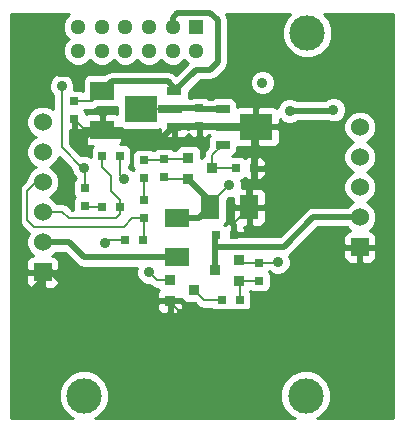
<source format=gtl>
G04 (created by PCBNEW-RS274X (2012-01-19 BZR 3256)-stable) date Wed 26 Sep 2012 01:10:11 PM NZST*
G01*
G70*
G90*
%MOIN*%
G04 Gerber Fmt 3.4, Leading zero omitted, Abs format*
%FSLAX34Y34*%
G04 APERTURE LIST*
%ADD10C,0.006000*%
%ADD11C,0.118100*%
%ADD12R,0.047200X0.027600*%
%ADD13R,0.078700X0.027600*%
%ADD14R,0.110300X0.086600*%
%ADD15R,0.036000X0.036000*%
%ADD16R,0.060000X0.080000*%
%ADD17R,0.080000X0.060000*%
%ADD18R,0.025000X0.031500*%
%ADD19R,0.031500X0.025000*%
%ADD20R,0.060000X0.060000*%
%ADD21C,0.060000*%
%ADD22R,0.051200X0.051200*%
%ADD23C,0.051200*%
%ADD24C,0.035000*%
%ADD25C,0.019700*%
%ADD26C,0.008000*%
%ADD27C,0.010000*%
G04 APERTURE END LIST*
G54D10*
G54D11*
X32047Y-07677D03*
X31988Y-19764D03*
X24606Y-19764D03*
G54D12*
X29233Y-10216D03*
G54D13*
X29390Y-10807D03*
G54D12*
X29233Y-11398D03*
G54D14*
X30335Y-10807D03*
G54D12*
X27618Y-10807D03*
G54D13*
X27461Y-10216D03*
G54D12*
X27618Y-09625D03*
G54D14*
X26516Y-10216D03*
G54D15*
X28085Y-12535D03*
X28085Y-11835D03*
X28885Y-12185D03*
X29770Y-15241D03*
X29770Y-15941D03*
X28970Y-15591D03*
X27474Y-16610D03*
X27474Y-15910D03*
X28274Y-16260D03*
G54D16*
X30119Y-13484D03*
X28819Y-13484D03*
G54D17*
X25217Y-10905D03*
X25217Y-09605D03*
G54D18*
X29591Y-14409D03*
X28991Y-14409D03*
G54D19*
X26614Y-12505D03*
X26614Y-11905D03*
X27264Y-11885D03*
X27264Y-12485D03*
G54D18*
X29188Y-16574D03*
X29788Y-16574D03*
G54D19*
X30433Y-15930D03*
X30433Y-15330D03*
G54D18*
X26580Y-14567D03*
X25980Y-14567D03*
G54D19*
X24646Y-12850D03*
X24646Y-13450D03*
G54D18*
X30281Y-12185D03*
X29681Y-12185D03*
G54D19*
X28445Y-10792D03*
X28445Y-10192D03*
X24272Y-10555D03*
X24272Y-09955D03*
X26614Y-13243D03*
X26614Y-13843D03*
G54D18*
X25812Y-11772D03*
X25212Y-11772D03*
X25212Y-13465D03*
X25812Y-13465D03*
G54D20*
X33800Y-14814D03*
G54D21*
X33800Y-13814D03*
X33800Y-12814D03*
X33800Y-11814D03*
X33800Y-10814D03*
G54D20*
X23228Y-15650D03*
G54D21*
X23228Y-14650D03*
X23228Y-13650D03*
X23228Y-12650D03*
X23228Y-11650D03*
X23228Y-10650D03*
G54D22*
X28347Y-07480D03*
G54D23*
X28347Y-08268D03*
X27559Y-07480D03*
X27559Y-08268D03*
X26772Y-07480D03*
X26772Y-08268D03*
X25984Y-07480D03*
X25984Y-08268D03*
X25197Y-07480D03*
X25197Y-08268D03*
X24409Y-07480D03*
X24409Y-08268D03*
G54D17*
X27697Y-15157D03*
X27697Y-13857D03*
G54D24*
X32914Y-10236D03*
X31457Y-10275D03*
X30551Y-09330D03*
X25945Y-12559D03*
X24606Y-12165D03*
X23858Y-09449D03*
X31378Y-12795D03*
X31417Y-11968D03*
X32874Y-12283D03*
X28543Y-11319D03*
X24646Y-11535D03*
X28347Y-09645D03*
X27638Y-08897D03*
X30906Y-16771D03*
X30118Y-14291D03*
X22441Y-16693D03*
X23937Y-13149D03*
X30020Y-07480D03*
X23347Y-08976D03*
X34764Y-14330D03*
X34764Y-07559D03*
X34764Y-09134D03*
X34764Y-11260D03*
X34725Y-16693D03*
X29036Y-09350D03*
X24567Y-16693D03*
X23465Y-07480D03*
X22441Y-07559D03*
X22441Y-09842D03*
X22441Y-12126D03*
X26575Y-11417D03*
X26221Y-16693D03*
X22441Y-14173D03*
X24488Y-09055D03*
X25295Y-14665D03*
X26772Y-15649D03*
X29449Y-12756D03*
X31063Y-15315D03*
G54D25*
X32914Y-10236D02*
X32875Y-10275D01*
X32875Y-10275D02*
X31457Y-10275D01*
G54D26*
X24867Y-09955D02*
X25217Y-09605D01*
G54D25*
X27618Y-09625D02*
X27619Y-09625D01*
X27619Y-09625D02*
X28347Y-08897D01*
X28347Y-08897D02*
X28819Y-08897D01*
X28819Y-08897D02*
X29055Y-08661D01*
G54D26*
X24272Y-09955D02*
X24867Y-09955D01*
G54D25*
X25531Y-09291D02*
X25217Y-09605D01*
X27401Y-09291D02*
X27166Y-09291D01*
X27166Y-09291D02*
X25531Y-09291D01*
X27618Y-09625D02*
X27618Y-09508D01*
X27618Y-09508D02*
X27401Y-09291D01*
X29055Y-08661D02*
X29055Y-07244D01*
X29055Y-07244D02*
X28819Y-07008D01*
X28819Y-07008D02*
X27716Y-07008D01*
X27716Y-07008D02*
X27559Y-07165D01*
X27559Y-07165D02*
X27559Y-07480D01*
X28970Y-14803D02*
X28970Y-14430D01*
X28970Y-15591D02*
X28970Y-14803D01*
G54D26*
X28970Y-14430D02*
X28991Y-14409D01*
X29009Y-14427D02*
X28991Y-14409D01*
G54D25*
X31260Y-14803D02*
X32249Y-13814D01*
X32249Y-13814D02*
X33800Y-13814D01*
X28970Y-14803D02*
X30274Y-14803D01*
X30274Y-14803D02*
X31260Y-14803D01*
X24099Y-14650D02*
X24606Y-15157D01*
X24606Y-15157D02*
X27697Y-15157D01*
X23228Y-14650D02*
X24099Y-14650D01*
G54D26*
X25812Y-12426D02*
X25945Y-12559D01*
X25812Y-11772D02*
X25812Y-12426D01*
X25212Y-12140D02*
X25212Y-11772D01*
X25512Y-12559D02*
X25512Y-12440D01*
X25512Y-12440D02*
X25212Y-12140D01*
X25812Y-13253D02*
X25512Y-12953D01*
X23228Y-13650D02*
X23886Y-13650D01*
X25812Y-13716D02*
X25812Y-13465D01*
X25670Y-13858D02*
X25812Y-13716D01*
X25512Y-12953D02*
X25512Y-12559D01*
X24094Y-13858D02*
X25670Y-13858D01*
X23886Y-13650D02*
X24094Y-13858D01*
X25812Y-13465D02*
X25812Y-13253D01*
X24528Y-12165D02*
X23858Y-11495D01*
X23858Y-11495D02*
X23858Y-09449D01*
X24646Y-12850D02*
X24646Y-12205D01*
X24646Y-12205D02*
X24606Y-12165D01*
X24606Y-12165D02*
X24528Y-12165D01*
X26216Y-13843D02*
X26614Y-13843D01*
X22953Y-14134D02*
X25925Y-14134D01*
X22953Y-14134D02*
X22717Y-13898D01*
X23228Y-12650D02*
X23019Y-12650D01*
X22717Y-12952D02*
X22717Y-13898D01*
X25925Y-14134D02*
X26216Y-13843D01*
X23019Y-12650D02*
X22717Y-12952D01*
X26614Y-14533D02*
X26580Y-14567D01*
X26614Y-13843D02*
X26614Y-14533D01*
G54D25*
X31378Y-12795D02*
X31378Y-11968D01*
X31378Y-11968D02*
X31417Y-11968D01*
X24646Y-11142D02*
X24646Y-11535D01*
G54D26*
X29591Y-14012D02*
X30119Y-13484D01*
X30000Y-14409D02*
X30118Y-14291D01*
X27795Y-16968D02*
X27796Y-16969D01*
X27474Y-16647D02*
X27795Y-16968D01*
X25217Y-10905D02*
X24622Y-10905D01*
X29591Y-14409D02*
X30000Y-14409D01*
G54D25*
X30709Y-16968D02*
X30906Y-16771D01*
X30281Y-12632D02*
X30281Y-12185D01*
X27579Y-10807D02*
X27284Y-11102D01*
X30119Y-12794D02*
X30281Y-12632D01*
X27284Y-11102D02*
X25414Y-11102D01*
X28445Y-10792D02*
X29375Y-10792D01*
X27618Y-10807D02*
X27579Y-10807D01*
G54D26*
X27540Y-10807D02*
X27442Y-10905D01*
X28445Y-11221D02*
X28543Y-11319D01*
X27474Y-16610D02*
X27474Y-16647D01*
X29591Y-14409D02*
X29591Y-14012D01*
X28642Y-09350D02*
X28347Y-09645D01*
X26768Y-16610D02*
X25808Y-15650D01*
G54D25*
X30119Y-13484D02*
X30119Y-12794D01*
G54D26*
X29036Y-09350D02*
X28642Y-09350D01*
G54D25*
X27633Y-10792D02*
X27618Y-10807D01*
G54D26*
X27618Y-10807D02*
X27540Y-10807D01*
G54D25*
X30281Y-10861D02*
X30335Y-10807D01*
X23228Y-15650D02*
X23524Y-15650D01*
X23228Y-15906D02*
X22441Y-16693D01*
G54D26*
X25808Y-15650D02*
X23228Y-15650D01*
G54D25*
X28445Y-10792D02*
X27633Y-10792D01*
G54D26*
X29390Y-10807D02*
X30335Y-10807D01*
G54D25*
X25414Y-11102D02*
X25217Y-10905D01*
G54D26*
X30335Y-10807D02*
X30787Y-10807D01*
X27474Y-16610D02*
X26768Y-16610D01*
G54D25*
X25217Y-10905D02*
X24883Y-10905D01*
X23228Y-15650D02*
X23228Y-15906D01*
X23504Y-08819D02*
X23347Y-08976D01*
X24883Y-10905D02*
X24646Y-11142D01*
G54D26*
X24622Y-10905D02*
X24272Y-10555D01*
G54D25*
X27795Y-16968D02*
X30709Y-16968D01*
X34725Y-14369D02*
X34764Y-14330D01*
X34764Y-07559D02*
X34724Y-07519D01*
X34725Y-16693D02*
X34725Y-14369D01*
X34764Y-11260D02*
X34764Y-09134D01*
X23544Y-08819D02*
X23504Y-08819D01*
X30281Y-12185D02*
X30281Y-10861D01*
X23524Y-15650D02*
X24567Y-16693D01*
X23465Y-07480D02*
X23543Y-07558D01*
X22441Y-09842D02*
X22441Y-07559D01*
X29375Y-10792D02*
X29390Y-10807D01*
X23780Y-09055D02*
X24488Y-09055D01*
X23543Y-08818D02*
X23544Y-08819D01*
X23544Y-08819D02*
X23780Y-09055D01*
X23543Y-07558D02*
X23543Y-08818D01*
X22441Y-14173D02*
X22441Y-12126D01*
G54D26*
X28445Y-10792D02*
X28445Y-11221D01*
X28885Y-12185D02*
X28885Y-11746D01*
X28885Y-11746D02*
X29233Y-11398D01*
X28885Y-12185D02*
X29681Y-12185D01*
X25212Y-13465D02*
X24661Y-13465D01*
X24661Y-13465D02*
X24646Y-13450D01*
X25393Y-14567D02*
X25295Y-14665D01*
X26772Y-15649D02*
X27033Y-15910D01*
X27033Y-15910D02*
X27474Y-15910D01*
X25980Y-14567D02*
X25393Y-14567D01*
X29149Y-16535D02*
X29188Y-16574D01*
X28588Y-16574D02*
X28274Y-16260D01*
X29188Y-16574D02*
X28588Y-16574D01*
X27461Y-10216D02*
X26516Y-10216D01*
G54D25*
X28469Y-10216D02*
X28445Y-10192D01*
X29233Y-10216D02*
X28469Y-10216D01*
X27485Y-10192D02*
X27461Y-10216D01*
X28445Y-10192D02*
X27485Y-10192D01*
G54D26*
X29788Y-16574D02*
X29788Y-15959D01*
X29817Y-15930D02*
X30433Y-15930D01*
X29788Y-15959D02*
X29817Y-15930D01*
X29859Y-15330D02*
X29770Y-15241D01*
X30433Y-15330D02*
X29859Y-15330D01*
X27314Y-12535D02*
X27264Y-12485D01*
X28085Y-12535D02*
X27314Y-12535D01*
G54D25*
X28819Y-13269D02*
X28085Y-12535D01*
X28819Y-13484D02*
X28819Y-13269D01*
G54D26*
X28819Y-13386D02*
X29449Y-12756D01*
X31063Y-15315D02*
X31048Y-15330D01*
X31048Y-15330D02*
X30433Y-15330D01*
X28819Y-13484D02*
X28819Y-13386D01*
G54D25*
X28446Y-13857D02*
X28819Y-13484D01*
X27697Y-13857D02*
X28446Y-13857D01*
G54D26*
X26614Y-13243D02*
X26614Y-12505D01*
X27264Y-11885D02*
X28035Y-11885D01*
X28035Y-11885D02*
X28085Y-11835D01*
X26614Y-11905D02*
X27244Y-11905D01*
X27244Y-11905D02*
X27264Y-11885D01*
X28035Y-11885D02*
X28085Y-11835D01*
X26634Y-11885D02*
X26614Y-11905D01*
G54D10*
G36*
X24352Y-12512D02*
X24348Y-12514D01*
X24278Y-12584D01*
X24240Y-12675D01*
X24240Y-12774D01*
X24240Y-13024D01*
X24278Y-13116D01*
X24312Y-13150D01*
X24278Y-13184D01*
X24240Y-13275D01*
X24240Y-13374D01*
X24240Y-13568D01*
X24214Y-13568D01*
X24091Y-13445D01*
X23997Y-13382D01*
X23886Y-13360D01*
X23701Y-13360D01*
X23693Y-13339D01*
X23539Y-13185D01*
X23454Y-13150D01*
X23539Y-13115D01*
X23693Y-12961D01*
X23777Y-12759D01*
X23777Y-12541D01*
X23693Y-12339D01*
X23539Y-12185D01*
X23454Y-12150D01*
X23539Y-12115D01*
X23693Y-11961D01*
X23757Y-11804D01*
X24181Y-12228D01*
X24181Y-12249D01*
X24245Y-12405D01*
X24352Y-12512D01*
X24352Y-12512D01*
G37*
G54D27*
X24352Y-12512D02*
X24348Y-12514D01*
X24278Y-12584D01*
X24240Y-12675D01*
X24240Y-12774D01*
X24240Y-13024D01*
X24278Y-13116D01*
X24312Y-13150D01*
X24278Y-13184D01*
X24240Y-13275D01*
X24240Y-13374D01*
X24240Y-13568D01*
X24214Y-13568D01*
X24091Y-13445D01*
X23997Y-13382D01*
X23886Y-13360D01*
X23701Y-13360D01*
X23693Y-13339D01*
X23539Y-13185D01*
X23454Y-13150D01*
X23539Y-13115D01*
X23693Y-12961D01*
X23777Y-12759D01*
X23777Y-12541D01*
X23693Y-12339D01*
X23539Y-12185D01*
X23454Y-12150D01*
X23539Y-12115D01*
X23693Y-11961D01*
X23757Y-11804D01*
X24181Y-12228D01*
X24181Y-12249D01*
X24245Y-12405D01*
X24352Y-12512D01*
G54D10*
G36*
X28397Y-07530D02*
X28297Y-07530D01*
X28297Y-07430D01*
X28397Y-07430D01*
X28397Y-07530D01*
X28397Y-07530D01*
G37*
G54D27*
X28397Y-07530D02*
X28297Y-07530D01*
X28297Y-07430D01*
X28397Y-07430D01*
X28397Y-07530D01*
G54D10*
G36*
X34911Y-20521D02*
X34350Y-20521D01*
X34350Y-14926D01*
X34288Y-14864D01*
X33850Y-14864D01*
X33850Y-15302D01*
X33912Y-15364D01*
X34051Y-15363D01*
X34150Y-15363D01*
X34241Y-15325D01*
X34311Y-15255D01*
X34349Y-15163D01*
X34350Y-14926D01*
X34350Y-20521D01*
X33750Y-20521D01*
X33750Y-15302D01*
X33750Y-14864D01*
X33312Y-14864D01*
X33250Y-14926D01*
X33251Y-15163D01*
X33289Y-15255D01*
X33359Y-15325D01*
X33450Y-15363D01*
X33549Y-15363D01*
X33688Y-15364D01*
X33750Y-15302D01*
X33750Y-20521D01*
X32355Y-20521D01*
X32463Y-20477D01*
X32699Y-20241D01*
X32828Y-19932D01*
X32828Y-19598D01*
X32701Y-19289D01*
X32465Y-19053D01*
X32156Y-18924D01*
X31822Y-18924D01*
X31513Y-19051D01*
X31277Y-19287D01*
X31148Y-19596D01*
X31148Y-19930D01*
X31275Y-20239D01*
X31511Y-20475D01*
X31621Y-20521D01*
X27904Y-20521D01*
X27904Y-16722D01*
X27842Y-16660D01*
X27524Y-16660D01*
X27524Y-16978D01*
X27586Y-17040D01*
X27605Y-17039D01*
X27704Y-17039D01*
X27795Y-17001D01*
X27865Y-16931D01*
X27903Y-16839D01*
X27904Y-16722D01*
X27904Y-20521D01*
X27424Y-20521D01*
X27424Y-16978D01*
X27424Y-16660D01*
X27106Y-16660D01*
X27044Y-16722D01*
X27045Y-16839D01*
X27083Y-16931D01*
X27153Y-17001D01*
X27244Y-17039D01*
X27343Y-17039D01*
X27362Y-17040D01*
X27424Y-16978D01*
X27424Y-20521D01*
X24973Y-20521D01*
X25081Y-20477D01*
X25317Y-20241D01*
X25446Y-19932D01*
X25446Y-19598D01*
X25319Y-19289D01*
X25083Y-19053D01*
X24774Y-18924D01*
X24440Y-18924D01*
X24131Y-19051D01*
X23895Y-19287D01*
X23778Y-19567D01*
X23778Y-15762D01*
X23716Y-15700D01*
X23278Y-15700D01*
X23278Y-16138D01*
X23340Y-16200D01*
X23479Y-16199D01*
X23578Y-16199D01*
X23669Y-16161D01*
X23739Y-16091D01*
X23777Y-15999D01*
X23778Y-15762D01*
X23778Y-19567D01*
X23766Y-19596D01*
X23766Y-19930D01*
X23893Y-20239D01*
X24129Y-20475D01*
X24239Y-20521D01*
X23178Y-20521D01*
X23178Y-16138D01*
X23178Y-15700D01*
X22740Y-15700D01*
X22678Y-15762D01*
X22679Y-15999D01*
X22717Y-16091D01*
X22787Y-16161D01*
X22878Y-16199D01*
X22977Y-16199D01*
X23116Y-16200D01*
X23178Y-16138D01*
X23178Y-20521D01*
X22175Y-20521D01*
X22175Y-07057D01*
X24118Y-07057D01*
X23981Y-07194D01*
X23904Y-07379D01*
X23904Y-07580D01*
X23981Y-07766D01*
X24089Y-07874D01*
X23981Y-07982D01*
X23904Y-08167D01*
X23904Y-08368D01*
X23981Y-08554D01*
X24123Y-08696D01*
X24308Y-08773D01*
X24509Y-08773D01*
X24695Y-08696D01*
X24803Y-08588D01*
X24911Y-08696D01*
X25096Y-08773D01*
X25297Y-08773D01*
X25483Y-08696D01*
X25590Y-08588D01*
X25698Y-08696D01*
X25883Y-08773D01*
X26084Y-08773D01*
X26270Y-08696D01*
X26378Y-08588D01*
X26486Y-08696D01*
X26671Y-08773D01*
X26872Y-08773D01*
X27058Y-08696D01*
X27165Y-08588D01*
X27273Y-08696D01*
X27458Y-08773D01*
X27659Y-08773D01*
X27845Y-08696D01*
X27953Y-08588D01*
X28058Y-08693D01*
X27677Y-09075D01*
X27647Y-09045D01*
X27535Y-08969D01*
X27401Y-08943D01*
X27166Y-08943D01*
X25531Y-08943D01*
X25397Y-08969D01*
X25285Y-09045D01*
X25274Y-09056D01*
X24768Y-09056D01*
X24676Y-09094D01*
X24606Y-09164D01*
X24568Y-09255D01*
X24568Y-09354D01*
X24568Y-09618D01*
X24479Y-09581D01*
X24380Y-09581D01*
X24263Y-09581D01*
X24283Y-09534D01*
X24283Y-09365D01*
X24219Y-09209D01*
X24099Y-09089D01*
X23943Y-09024D01*
X23774Y-09024D01*
X23618Y-09088D01*
X23498Y-09208D01*
X23433Y-09364D01*
X23433Y-09533D01*
X23497Y-09689D01*
X23568Y-09760D01*
X23568Y-10214D01*
X23539Y-10185D01*
X23337Y-10101D01*
X23119Y-10101D01*
X22917Y-10185D01*
X22763Y-10339D01*
X22679Y-10541D01*
X22679Y-10759D01*
X22763Y-10961D01*
X22917Y-11115D01*
X23001Y-11150D01*
X22917Y-11185D01*
X22763Y-11339D01*
X22679Y-11541D01*
X22679Y-11759D01*
X22763Y-11961D01*
X22917Y-12115D01*
X23001Y-12150D01*
X22917Y-12185D01*
X22763Y-12339D01*
X22679Y-12541D01*
X22679Y-12580D01*
X22512Y-12747D01*
X22449Y-12841D01*
X22427Y-12952D01*
X22427Y-13898D01*
X22449Y-14009D01*
X22512Y-14103D01*
X22747Y-14339D01*
X22748Y-14339D01*
X22759Y-14346D01*
X22759Y-14347D01*
X22679Y-14541D01*
X22679Y-14759D01*
X22763Y-14961D01*
X22903Y-15101D01*
X22878Y-15101D01*
X22787Y-15139D01*
X22717Y-15209D01*
X22679Y-15301D01*
X22678Y-15538D01*
X22740Y-15600D01*
X23128Y-15600D01*
X23178Y-15600D01*
X23278Y-15600D01*
X23328Y-15600D01*
X23716Y-15600D01*
X23778Y-15538D01*
X23777Y-15301D01*
X23739Y-15209D01*
X23669Y-15139D01*
X23578Y-15101D01*
X23553Y-15101D01*
X23656Y-14998D01*
X23955Y-14998D01*
X24360Y-15403D01*
X24472Y-15479D01*
X24473Y-15479D01*
X24606Y-15505D01*
X26371Y-15505D01*
X26347Y-15564D01*
X26347Y-15733D01*
X26411Y-15889D01*
X26531Y-16009D01*
X26687Y-16074D01*
X26787Y-16074D01*
X26828Y-16115D01*
X26922Y-16178D01*
X27033Y-16200D01*
X27070Y-16200D01*
X27083Y-16231D01*
X27112Y-16260D01*
X27083Y-16289D01*
X27045Y-16381D01*
X27044Y-16498D01*
X27106Y-16560D01*
X27374Y-16560D01*
X27424Y-16560D01*
X27524Y-16560D01*
X27574Y-16560D01*
X27842Y-16560D01*
X27864Y-16537D01*
X27883Y-16581D01*
X27953Y-16651D01*
X28044Y-16689D01*
X28143Y-16689D01*
X28293Y-16689D01*
X28383Y-16779D01*
X28477Y-16842D01*
X28588Y-16864D01*
X28848Y-16864D01*
X28852Y-16872D01*
X28922Y-16942D01*
X29013Y-16980D01*
X29112Y-16980D01*
X29362Y-16980D01*
X29454Y-16942D01*
X29488Y-16908D01*
X29522Y-16942D01*
X29613Y-16980D01*
X29712Y-16980D01*
X29962Y-16980D01*
X30054Y-16942D01*
X30124Y-16872D01*
X30162Y-16781D01*
X30162Y-16682D01*
X30162Y-16368D01*
X30130Y-16292D01*
X30150Y-16272D01*
X30226Y-16304D01*
X30325Y-16304D01*
X30639Y-16304D01*
X30731Y-16266D01*
X30801Y-16196D01*
X30839Y-16105D01*
X30839Y-16006D01*
X30839Y-15756D01*
X30801Y-15664D01*
X30767Y-15630D01*
X30772Y-15625D01*
X30822Y-15675D01*
X30978Y-15740D01*
X31147Y-15740D01*
X31303Y-15676D01*
X31423Y-15556D01*
X31488Y-15400D01*
X31488Y-15231D01*
X31433Y-15098D01*
X31433Y-15097D01*
X31506Y-15049D01*
X32393Y-14162D01*
X33372Y-14162D01*
X33475Y-14265D01*
X33450Y-14265D01*
X33359Y-14303D01*
X33289Y-14373D01*
X33251Y-14465D01*
X33250Y-14702D01*
X33312Y-14764D01*
X33700Y-14764D01*
X33750Y-14764D01*
X33850Y-14764D01*
X33900Y-14764D01*
X34288Y-14764D01*
X34350Y-14702D01*
X34349Y-14465D01*
X34311Y-14373D01*
X34241Y-14303D01*
X34150Y-14265D01*
X34125Y-14265D01*
X34265Y-14125D01*
X34349Y-13923D01*
X34349Y-13705D01*
X34265Y-13503D01*
X34111Y-13349D01*
X34026Y-13314D01*
X34111Y-13279D01*
X34265Y-13125D01*
X34349Y-12923D01*
X34349Y-12705D01*
X34265Y-12503D01*
X34111Y-12349D01*
X34026Y-12314D01*
X34111Y-12279D01*
X34265Y-12125D01*
X34349Y-11923D01*
X34349Y-11705D01*
X34265Y-11503D01*
X34111Y-11349D01*
X34026Y-11314D01*
X34111Y-11279D01*
X34265Y-11125D01*
X34349Y-10923D01*
X34349Y-10705D01*
X34265Y-10503D01*
X34111Y-10349D01*
X33909Y-10265D01*
X33691Y-10265D01*
X33489Y-10349D01*
X33339Y-10499D01*
X33339Y-10321D01*
X33339Y-10152D01*
X33275Y-09996D01*
X33155Y-09876D01*
X32999Y-09811D01*
X32830Y-09811D01*
X32674Y-09875D01*
X32622Y-09927D01*
X31710Y-09927D01*
X31698Y-09915D01*
X31542Y-09850D01*
X31373Y-09850D01*
X31217Y-09914D01*
X31097Y-10034D01*
X31038Y-10174D01*
X31027Y-10163D01*
X30976Y-10141D01*
X30976Y-09415D01*
X30976Y-09246D01*
X30912Y-09090D01*
X30792Y-08970D01*
X30636Y-08905D01*
X30467Y-08905D01*
X30311Y-08969D01*
X30191Y-09089D01*
X30126Y-09245D01*
X30126Y-09414D01*
X30190Y-09570D01*
X30310Y-09690D01*
X30466Y-09755D01*
X30635Y-09755D01*
X30791Y-09691D01*
X30911Y-09571D01*
X30976Y-09415D01*
X30976Y-10141D01*
X30936Y-10125D01*
X30837Y-10125D01*
X30447Y-10124D01*
X30385Y-10186D01*
X30385Y-10757D01*
X31074Y-10757D01*
X31136Y-10695D01*
X31135Y-10554D01*
X31216Y-10635D01*
X31372Y-10700D01*
X31541Y-10700D01*
X31697Y-10636D01*
X31710Y-10623D01*
X32737Y-10623D01*
X32829Y-10661D01*
X32998Y-10661D01*
X33154Y-10597D01*
X33274Y-10477D01*
X33339Y-10321D01*
X33339Y-10499D01*
X33335Y-10503D01*
X33251Y-10705D01*
X33251Y-10923D01*
X33335Y-11125D01*
X33489Y-11279D01*
X33573Y-11314D01*
X33489Y-11349D01*
X33335Y-11503D01*
X33251Y-11705D01*
X33251Y-11923D01*
X33335Y-12125D01*
X33489Y-12279D01*
X33573Y-12314D01*
X33489Y-12349D01*
X33335Y-12503D01*
X33251Y-12705D01*
X33251Y-12923D01*
X33335Y-13125D01*
X33489Y-13279D01*
X33573Y-13314D01*
X33489Y-13349D01*
X33372Y-13466D01*
X32249Y-13466D01*
X32116Y-13492D01*
X32078Y-13517D01*
X32002Y-13568D01*
X31136Y-14434D01*
X31136Y-10919D01*
X31074Y-10857D01*
X30385Y-10857D01*
X30385Y-11428D01*
X30447Y-11490D01*
X30837Y-11489D01*
X30936Y-11489D01*
X31027Y-11451D01*
X31097Y-11381D01*
X31135Y-11289D01*
X31136Y-10919D01*
X31136Y-14434D01*
X31115Y-14455D01*
X30669Y-14455D01*
X30669Y-13596D01*
X30669Y-13372D01*
X30668Y-13133D01*
X30668Y-13034D01*
X30655Y-13002D01*
X30655Y-12392D01*
X30655Y-12296D01*
X30655Y-12074D01*
X30655Y-11978D01*
X30617Y-11887D01*
X30547Y-11817D01*
X30455Y-11779D01*
X30393Y-11778D01*
X30331Y-11840D01*
X30331Y-12135D01*
X30594Y-12135D01*
X30655Y-12074D01*
X30655Y-12296D01*
X30594Y-12235D01*
X30331Y-12235D01*
X30331Y-12530D01*
X30393Y-12592D01*
X30455Y-12591D01*
X30547Y-12553D01*
X30617Y-12483D01*
X30655Y-12392D01*
X30655Y-13002D01*
X30630Y-12943D01*
X30560Y-12873D01*
X30468Y-12835D01*
X30231Y-12834D01*
X30169Y-12896D01*
X30169Y-13434D01*
X30607Y-13434D01*
X30669Y-13372D01*
X30669Y-13596D01*
X30607Y-13534D01*
X30169Y-13534D01*
X30169Y-14072D01*
X30231Y-14134D01*
X30468Y-14133D01*
X30560Y-14095D01*
X30630Y-14025D01*
X30668Y-13934D01*
X30668Y-13835D01*
X30669Y-13596D01*
X30669Y-14455D01*
X30274Y-14455D01*
X30069Y-14455D01*
X30069Y-14072D01*
X30069Y-13534D01*
X29631Y-13534D01*
X29569Y-13596D01*
X29570Y-13835D01*
X29570Y-13934D01*
X29608Y-14025D01*
X29644Y-14061D01*
X29641Y-14064D01*
X29641Y-14359D01*
X29904Y-14359D01*
X29965Y-14298D01*
X29965Y-14202D01*
X29936Y-14133D01*
X30007Y-14134D01*
X30069Y-14072D01*
X30069Y-14455D01*
X29541Y-14455D01*
X29541Y-14359D01*
X29541Y-14309D01*
X29541Y-14064D01*
X29479Y-14002D01*
X29417Y-14003D01*
X29325Y-14041D01*
X29291Y-14075D01*
X29285Y-14069D01*
X29330Y-14025D01*
X29368Y-13934D01*
X29368Y-13835D01*
X29368Y-13247D01*
X29434Y-13181D01*
X29533Y-13181D01*
X29569Y-13165D01*
X29569Y-13372D01*
X29631Y-13434D01*
X30069Y-13434D01*
X30069Y-12896D01*
X30007Y-12834D01*
X29874Y-12834D01*
X29874Y-12672D01*
X29840Y-12591D01*
X29855Y-12591D01*
X29947Y-12553D01*
X29981Y-12519D01*
X30015Y-12553D01*
X30107Y-12591D01*
X30169Y-12592D01*
X30231Y-12530D01*
X30231Y-12285D01*
X30231Y-12235D01*
X30231Y-12135D01*
X30231Y-12085D01*
X30231Y-11840D01*
X30169Y-11778D01*
X30107Y-11779D01*
X30015Y-11817D01*
X29981Y-11851D01*
X29947Y-11817D01*
X29856Y-11779D01*
X29757Y-11779D01*
X29532Y-11779D01*
X29610Y-11747D01*
X29680Y-11677D01*
X29718Y-11586D01*
X29718Y-11487D01*
X29718Y-11482D01*
X29734Y-11489D01*
X29833Y-11489D01*
X30223Y-11490D01*
X30285Y-11428D01*
X30285Y-10857D01*
X29971Y-10857D01*
X29596Y-10857D01*
X29490Y-10857D01*
X29440Y-10857D01*
X29340Y-10857D01*
X29290Y-10857D01*
X28809Y-10857D01*
X28807Y-10859D01*
X28790Y-10842D01*
X28495Y-10842D01*
X28495Y-11105D01*
X28556Y-11166D01*
X28652Y-11166D01*
X28743Y-11128D01*
X28785Y-11085D01*
X28786Y-11086D01*
X28802Y-11102D01*
X28786Y-11119D01*
X28748Y-11210D01*
X28748Y-11309D01*
X28748Y-11473D01*
X28680Y-11541D01*
X28617Y-11635D01*
X28595Y-11746D01*
X28595Y-11781D01*
X28564Y-11794D01*
X28514Y-11844D01*
X28514Y-11606D01*
X28476Y-11514D01*
X28406Y-11444D01*
X28395Y-11439D01*
X28395Y-11105D01*
X28395Y-10842D01*
X28100Y-10842D01*
X28063Y-10878D01*
X28042Y-10857D01*
X27668Y-10857D01*
X27668Y-11133D01*
X27730Y-11195D01*
X27805Y-11194D01*
X27904Y-11194D01*
X27995Y-11156D01*
X28065Y-11086D01*
X28076Y-11057D01*
X28077Y-11058D01*
X28147Y-11128D01*
X28238Y-11166D01*
X28334Y-11166D01*
X28395Y-11105D01*
X28395Y-11439D01*
X28315Y-11406D01*
X28216Y-11406D01*
X27856Y-11406D01*
X27764Y-11444D01*
X27694Y-11514D01*
X27660Y-11595D01*
X27608Y-11595D01*
X27562Y-11549D01*
X27471Y-11511D01*
X27372Y-11511D01*
X27058Y-11511D01*
X26966Y-11549D01*
X26929Y-11586D01*
X26912Y-11569D01*
X26821Y-11531D01*
X26722Y-11531D01*
X26408Y-11531D01*
X26316Y-11569D01*
X26246Y-11639D01*
X26208Y-11730D01*
X26208Y-11829D01*
X26208Y-12079D01*
X26246Y-12171D01*
X26280Y-12205D01*
X26246Y-12239D01*
X26240Y-12253D01*
X26186Y-12199D01*
X26102Y-12164D01*
X26102Y-12116D01*
X26148Y-12070D01*
X26186Y-11979D01*
X26186Y-11880D01*
X26186Y-11566D01*
X26148Y-11474D01*
X26078Y-11404D01*
X25987Y-11366D01*
X25888Y-11366D01*
X25808Y-11366D01*
X25828Y-11346D01*
X25866Y-11254D01*
X25867Y-11017D01*
X25805Y-10955D01*
X25317Y-10955D01*
X25267Y-10955D01*
X25167Y-10955D01*
X25117Y-10955D01*
X24629Y-10955D01*
X24567Y-11017D01*
X24568Y-11254D01*
X24606Y-11346D01*
X24676Y-11416D01*
X24767Y-11454D01*
X24866Y-11454D01*
X24895Y-11454D01*
X24876Y-11474D01*
X24838Y-11565D01*
X24838Y-11664D01*
X24838Y-11801D01*
X24691Y-11740D01*
X24522Y-11740D01*
X24515Y-11742D01*
X24148Y-11375D01*
X24148Y-10929D01*
X24161Y-10929D01*
X24222Y-10868D01*
X24222Y-10655D01*
X24222Y-10605D01*
X24222Y-10505D01*
X24322Y-10505D01*
X24322Y-10605D01*
X24322Y-10655D01*
X24322Y-10868D01*
X24383Y-10929D01*
X24479Y-10929D01*
X24570Y-10891D01*
X24617Y-10843D01*
X24629Y-10855D01*
X25167Y-10855D01*
X25167Y-10417D01*
X25105Y-10355D01*
X24866Y-10356D01*
X24767Y-10356D01*
X24678Y-10393D01*
X24678Y-10381D01*
X24640Y-10289D01*
X24606Y-10255D01*
X24616Y-10245D01*
X24867Y-10245D01*
X24978Y-10223D01*
X25072Y-10160D01*
X25078Y-10154D01*
X25666Y-10154D01*
X25716Y-10133D01*
X25716Y-10376D01*
X25667Y-10356D01*
X25568Y-10356D01*
X25329Y-10355D01*
X25267Y-10417D01*
X25267Y-10855D01*
X25805Y-10855D01*
X25812Y-10848D01*
X25824Y-10860D01*
X25915Y-10898D01*
X26014Y-10898D01*
X27116Y-10898D01*
X27132Y-10891D01*
X27132Y-10907D01*
X27143Y-10907D01*
X27132Y-10919D01*
X27133Y-10994D01*
X27171Y-11086D01*
X27241Y-11156D01*
X27332Y-11194D01*
X27431Y-11194D01*
X27506Y-11195D01*
X27568Y-11133D01*
X27568Y-10907D01*
X27568Y-10857D01*
X27568Y-10757D01*
X27668Y-10757D01*
X27718Y-10757D01*
X28042Y-10757D01*
X28078Y-10720D01*
X28100Y-10742D01*
X28345Y-10742D01*
X28395Y-10742D01*
X28495Y-10742D01*
X28545Y-10742D01*
X28790Y-10742D01*
X28792Y-10740D01*
X28809Y-10757D01*
X29290Y-10757D01*
X29340Y-10757D01*
X29440Y-10757D01*
X29490Y-10757D01*
X29596Y-10757D01*
X29971Y-10757D01*
X30285Y-10757D01*
X30285Y-10186D01*
X30223Y-10124D01*
X29833Y-10125D01*
X29734Y-10125D01*
X29718Y-10131D01*
X29718Y-10029D01*
X29680Y-09937D01*
X29610Y-09867D01*
X29519Y-09829D01*
X29420Y-09829D01*
X28948Y-09829D01*
X28856Y-09867D01*
X28855Y-09868D01*
X28755Y-09868D01*
X28743Y-09856D01*
X28652Y-09818D01*
X28553Y-09818D01*
X28239Y-09818D01*
X28176Y-09844D01*
X28090Y-09844D01*
X28103Y-09813D01*
X28103Y-09714D01*
X28103Y-09633D01*
X28491Y-09245D01*
X28819Y-09245D01*
X28952Y-09219D01*
X28953Y-09219D01*
X29065Y-09143D01*
X29301Y-08908D01*
X29301Y-08907D01*
X29351Y-08832D01*
X29376Y-08795D01*
X29377Y-08794D01*
X29402Y-08662D01*
X29403Y-08661D01*
X29403Y-07244D01*
X29402Y-07243D01*
X29377Y-07111D01*
X29376Y-07110D01*
X29351Y-07073D01*
X29340Y-07057D01*
X31479Y-07057D01*
X31336Y-07200D01*
X31207Y-07509D01*
X31207Y-07843D01*
X31334Y-08152D01*
X31570Y-08388D01*
X31879Y-08517D01*
X32213Y-08517D01*
X32522Y-08390D01*
X32758Y-08154D01*
X32887Y-07845D01*
X32887Y-07511D01*
X32760Y-07202D01*
X32615Y-07057D01*
X34911Y-07057D01*
X34911Y-20521D01*
X34911Y-20521D01*
G37*
G54D27*
X34911Y-20521D02*
X34350Y-20521D01*
X34350Y-14926D01*
X34288Y-14864D01*
X33850Y-14864D01*
X33850Y-15302D01*
X33912Y-15364D01*
X34051Y-15363D01*
X34150Y-15363D01*
X34241Y-15325D01*
X34311Y-15255D01*
X34349Y-15163D01*
X34350Y-14926D01*
X34350Y-20521D01*
X33750Y-20521D01*
X33750Y-15302D01*
X33750Y-14864D01*
X33312Y-14864D01*
X33250Y-14926D01*
X33251Y-15163D01*
X33289Y-15255D01*
X33359Y-15325D01*
X33450Y-15363D01*
X33549Y-15363D01*
X33688Y-15364D01*
X33750Y-15302D01*
X33750Y-20521D01*
X32355Y-20521D01*
X32463Y-20477D01*
X32699Y-20241D01*
X32828Y-19932D01*
X32828Y-19598D01*
X32701Y-19289D01*
X32465Y-19053D01*
X32156Y-18924D01*
X31822Y-18924D01*
X31513Y-19051D01*
X31277Y-19287D01*
X31148Y-19596D01*
X31148Y-19930D01*
X31275Y-20239D01*
X31511Y-20475D01*
X31621Y-20521D01*
X27904Y-20521D01*
X27904Y-16722D01*
X27842Y-16660D01*
X27524Y-16660D01*
X27524Y-16978D01*
X27586Y-17040D01*
X27605Y-17039D01*
X27704Y-17039D01*
X27795Y-17001D01*
X27865Y-16931D01*
X27903Y-16839D01*
X27904Y-16722D01*
X27904Y-20521D01*
X27424Y-20521D01*
X27424Y-16978D01*
X27424Y-16660D01*
X27106Y-16660D01*
X27044Y-16722D01*
X27045Y-16839D01*
X27083Y-16931D01*
X27153Y-17001D01*
X27244Y-17039D01*
X27343Y-17039D01*
X27362Y-17040D01*
X27424Y-16978D01*
X27424Y-20521D01*
X24973Y-20521D01*
X25081Y-20477D01*
X25317Y-20241D01*
X25446Y-19932D01*
X25446Y-19598D01*
X25319Y-19289D01*
X25083Y-19053D01*
X24774Y-18924D01*
X24440Y-18924D01*
X24131Y-19051D01*
X23895Y-19287D01*
X23778Y-19567D01*
X23778Y-15762D01*
X23716Y-15700D01*
X23278Y-15700D01*
X23278Y-16138D01*
X23340Y-16200D01*
X23479Y-16199D01*
X23578Y-16199D01*
X23669Y-16161D01*
X23739Y-16091D01*
X23777Y-15999D01*
X23778Y-15762D01*
X23778Y-19567D01*
X23766Y-19596D01*
X23766Y-19930D01*
X23893Y-20239D01*
X24129Y-20475D01*
X24239Y-20521D01*
X23178Y-20521D01*
X23178Y-16138D01*
X23178Y-15700D01*
X22740Y-15700D01*
X22678Y-15762D01*
X22679Y-15999D01*
X22717Y-16091D01*
X22787Y-16161D01*
X22878Y-16199D01*
X22977Y-16199D01*
X23116Y-16200D01*
X23178Y-16138D01*
X23178Y-20521D01*
X22175Y-20521D01*
X22175Y-07057D01*
X24118Y-07057D01*
X23981Y-07194D01*
X23904Y-07379D01*
X23904Y-07580D01*
X23981Y-07766D01*
X24089Y-07874D01*
X23981Y-07982D01*
X23904Y-08167D01*
X23904Y-08368D01*
X23981Y-08554D01*
X24123Y-08696D01*
X24308Y-08773D01*
X24509Y-08773D01*
X24695Y-08696D01*
X24803Y-08588D01*
X24911Y-08696D01*
X25096Y-08773D01*
X25297Y-08773D01*
X25483Y-08696D01*
X25590Y-08588D01*
X25698Y-08696D01*
X25883Y-08773D01*
X26084Y-08773D01*
X26270Y-08696D01*
X26378Y-08588D01*
X26486Y-08696D01*
X26671Y-08773D01*
X26872Y-08773D01*
X27058Y-08696D01*
X27165Y-08588D01*
X27273Y-08696D01*
X27458Y-08773D01*
X27659Y-08773D01*
X27845Y-08696D01*
X27953Y-08588D01*
X28058Y-08693D01*
X27677Y-09075D01*
X27647Y-09045D01*
X27535Y-08969D01*
X27401Y-08943D01*
X27166Y-08943D01*
X25531Y-08943D01*
X25397Y-08969D01*
X25285Y-09045D01*
X25274Y-09056D01*
X24768Y-09056D01*
X24676Y-09094D01*
X24606Y-09164D01*
X24568Y-09255D01*
X24568Y-09354D01*
X24568Y-09618D01*
X24479Y-09581D01*
X24380Y-09581D01*
X24263Y-09581D01*
X24283Y-09534D01*
X24283Y-09365D01*
X24219Y-09209D01*
X24099Y-09089D01*
X23943Y-09024D01*
X23774Y-09024D01*
X23618Y-09088D01*
X23498Y-09208D01*
X23433Y-09364D01*
X23433Y-09533D01*
X23497Y-09689D01*
X23568Y-09760D01*
X23568Y-10214D01*
X23539Y-10185D01*
X23337Y-10101D01*
X23119Y-10101D01*
X22917Y-10185D01*
X22763Y-10339D01*
X22679Y-10541D01*
X22679Y-10759D01*
X22763Y-10961D01*
X22917Y-11115D01*
X23001Y-11150D01*
X22917Y-11185D01*
X22763Y-11339D01*
X22679Y-11541D01*
X22679Y-11759D01*
X22763Y-11961D01*
X22917Y-12115D01*
X23001Y-12150D01*
X22917Y-12185D01*
X22763Y-12339D01*
X22679Y-12541D01*
X22679Y-12580D01*
X22512Y-12747D01*
X22449Y-12841D01*
X22427Y-12952D01*
X22427Y-13898D01*
X22449Y-14009D01*
X22512Y-14103D01*
X22747Y-14339D01*
X22748Y-14339D01*
X22759Y-14346D01*
X22759Y-14347D01*
X22679Y-14541D01*
X22679Y-14759D01*
X22763Y-14961D01*
X22903Y-15101D01*
X22878Y-15101D01*
X22787Y-15139D01*
X22717Y-15209D01*
X22679Y-15301D01*
X22678Y-15538D01*
X22740Y-15600D01*
X23128Y-15600D01*
X23178Y-15600D01*
X23278Y-15600D01*
X23328Y-15600D01*
X23716Y-15600D01*
X23778Y-15538D01*
X23777Y-15301D01*
X23739Y-15209D01*
X23669Y-15139D01*
X23578Y-15101D01*
X23553Y-15101D01*
X23656Y-14998D01*
X23955Y-14998D01*
X24360Y-15403D01*
X24472Y-15479D01*
X24473Y-15479D01*
X24606Y-15505D01*
X26371Y-15505D01*
X26347Y-15564D01*
X26347Y-15733D01*
X26411Y-15889D01*
X26531Y-16009D01*
X26687Y-16074D01*
X26787Y-16074D01*
X26828Y-16115D01*
X26922Y-16178D01*
X27033Y-16200D01*
X27070Y-16200D01*
X27083Y-16231D01*
X27112Y-16260D01*
X27083Y-16289D01*
X27045Y-16381D01*
X27044Y-16498D01*
X27106Y-16560D01*
X27374Y-16560D01*
X27424Y-16560D01*
X27524Y-16560D01*
X27574Y-16560D01*
X27842Y-16560D01*
X27864Y-16537D01*
X27883Y-16581D01*
X27953Y-16651D01*
X28044Y-16689D01*
X28143Y-16689D01*
X28293Y-16689D01*
X28383Y-16779D01*
X28477Y-16842D01*
X28588Y-16864D01*
X28848Y-16864D01*
X28852Y-16872D01*
X28922Y-16942D01*
X29013Y-16980D01*
X29112Y-16980D01*
X29362Y-16980D01*
X29454Y-16942D01*
X29488Y-16908D01*
X29522Y-16942D01*
X29613Y-16980D01*
X29712Y-16980D01*
X29962Y-16980D01*
X30054Y-16942D01*
X30124Y-16872D01*
X30162Y-16781D01*
X30162Y-16682D01*
X30162Y-16368D01*
X30130Y-16292D01*
X30150Y-16272D01*
X30226Y-16304D01*
X30325Y-16304D01*
X30639Y-16304D01*
X30731Y-16266D01*
X30801Y-16196D01*
X30839Y-16105D01*
X30839Y-16006D01*
X30839Y-15756D01*
X30801Y-15664D01*
X30767Y-15630D01*
X30772Y-15625D01*
X30822Y-15675D01*
X30978Y-15740D01*
X31147Y-15740D01*
X31303Y-15676D01*
X31423Y-15556D01*
X31488Y-15400D01*
X31488Y-15231D01*
X31433Y-15098D01*
X31433Y-15097D01*
X31506Y-15049D01*
X32393Y-14162D01*
X33372Y-14162D01*
X33475Y-14265D01*
X33450Y-14265D01*
X33359Y-14303D01*
X33289Y-14373D01*
X33251Y-14465D01*
X33250Y-14702D01*
X33312Y-14764D01*
X33700Y-14764D01*
X33750Y-14764D01*
X33850Y-14764D01*
X33900Y-14764D01*
X34288Y-14764D01*
X34350Y-14702D01*
X34349Y-14465D01*
X34311Y-14373D01*
X34241Y-14303D01*
X34150Y-14265D01*
X34125Y-14265D01*
X34265Y-14125D01*
X34349Y-13923D01*
X34349Y-13705D01*
X34265Y-13503D01*
X34111Y-13349D01*
X34026Y-13314D01*
X34111Y-13279D01*
X34265Y-13125D01*
X34349Y-12923D01*
X34349Y-12705D01*
X34265Y-12503D01*
X34111Y-12349D01*
X34026Y-12314D01*
X34111Y-12279D01*
X34265Y-12125D01*
X34349Y-11923D01*
X34349Y-11705D01*
X34265Y-11503D01*
X34111Y-11349D01*
X34026Y-11314D01*
X34111Y-11279D01*
X34265Y-11125D01*
X34349Y-10923D01*
X34349Y-10705D01*
X34265Y-10503D01*
X34111Y-10349D01*
X33909Y-10265D01*
X33691Y-10265D01*
X33489Y-10349D01*
X33339Y-10499D01*
X33339Y-10321D01*
X33339Y-10152D01*
X33275Y-09996D01*
X33155Y-09876D01*
X32999Y-09811D01*
X32830Y-09811D01*
X32674Y-09875D01*
X32622Y-09927D01*
X31710Y-09927D01*
X31698Y-09915D01*
X31542Y-09850D01*
X31373Y-09850D01*
X31217Y-09914D01*
X31097Y-10034D01*
X31038Y-10174D01*
X31027Y-10163D01*
X30976Y-10141D01*
X30976Y-09415D01*
X30976Y-09246D01*
X30912Y-09090D01*
X30792Y-08970D01*
X30636Y-08905D01*
X30467Y-08905D01*
X30311Y-08969D01*
X30191Y-09089D01*
X30126Y-09245D01*
X30126Y-09414D01*
X30190Y-09570D01*
X30310Y-09690D01*
X30466Y-09755D01*
X30635Y-09755D01*
X30791Y-09691D01*
X30911Y-09571D01*
X30976Y-09415D01*
X30976Y-10141D01*
X30936Y-10125D01*
X30837Y-10125D01*
X30447Y-10124D01*
X30385Y-10186D01*
X30385Y-10757D01*
X31074Y-10757D01*
X31136Y-10695D01*
X31135Y-10554D01*
X31216Y-10635D01*
X31372Y-10700D01*
X31541Y-10700D01*
X31697Y-10636D01*
X31710Y-10623D01*
X32737Y-10623D01*
X32829Y-10661D01*
X32998Y-10661D01*
X33154Y-10597D01*
X33274Y-10477D01*
X33339Y-10321D01*
X33339Y-10499D01*
X33335Y-10503D01*
X33251Y-10705D01*
X33251Y-10923D01*
X33335Y-11125D01*
X33489Y-11279D01*
X33573Y-11314D01*
X33489Y-11349D01*
X33335Y-11503D01*
X33251Y-11705D01*
X33251Y-11923D01*
X33335Y-12125D01*
X33489Y-12279D01*
X33573Y-12314D01*
X33489Y-12349D01*
X33335Y-12503D01*
X33251Y-12705D01*
X33251Y-12923D01*
X33335Y-13125D01*
X33489Y-13279D01*
X33573Y-13314D01*
X33489Y-13349D01*
X33372Y-13466D01*
X32249Y-13466D01*
X32116Y-13492D01*
X32078Y-13517D01*
X32002Y-13568D01*
X31136Y-14434D01*
X31136Y-10919D01*
X31074Y-10857D01*
X30385Y-10857D01*
X30385Y-11428D01*
X30447Y-11490D01*
X30837Y-11489D01*
X30936Y-11489D01*
X31027Y-11451D01*
X31097Y-11381D01*
X31135Y-11289D01*
X31136Y-10919D01*
X31136Y-14434D01*
X31115Y-14455D01*
X30669Y-14455D01*
X30669Y-13596D01*
X30669Y-13372D01*
X30668Y-13133D01*
X30668Y-13034D01*
X30655Y-13002D01*
X30655Y-12392D01*
X30655Y-12296D01*
X30655Y-12074D01*
X30655Y-11978D01*
X30617Y-11887D01*
X30547Y-11817D01*
X30455Y-11779D01*
X30393Y-11778D01*
X30331Y-11840D01*
X30331Y-12135D01*
X30594Y-12135D01*
X30655Y-12074D01*
X30655Y-12296D01*
X30594Y-12235D01*
X30331Y-12235D01*
X30331Y-12530D01*
X30393Y-12592D01*
X30455Y-12591D01*
X30547Y-12553D01*
X30617Y-12483D01*
X30655Y-12392D01*
X30655Y-13002D01*
X30630Y-12943D01*
X30560Y-12873D01*
X30468Y-12835D01*
X30231Y-12834D01*
X30169Y-12896D01*
X30169Y-13434D01*
X30607Y-13434D01*
X30669Y-13372D01*
X30669Y-13596D01*
X30607Y-13534D01*
X30169Y-13534D01*
X30169Y-14072D01*
X30231Y-14134D01*
X30468Y-14133D01*
X30560Y-14095D01*
X30630Y-14025D01*
X30668Y-13934D01*
X30668Y-13835D01*
X30669Y-13596D01*
X30669Y-14455D01*
X30274Y-14455D01*
X30069Y-14455D01*
X30069Y-14072D01*
X30069Y-13534D01*
X29631Y-13534D01*
X29569Y-13596D01*
X29570Y-13835D01*
X29570Y-13934D01*
X29608Y-14025D01*
X29644Y-14061D01*
X29641Y-14064D01*
X29641Y-14359D01*
X29904Y-14359D01*
X29965Y-14298D01*
X29965Y-14202D01*
X29936Y-14133D01*
X30007Y-14134D01*
X30069Y-14072D01*
X30069Y-14455D01*
X29541Y-14455D01*
X29541Y-14359D01*
X29541Y-14309D01*
X29541Y-14064D01*
X29479Y-14002D01*
X29417Y-14003D01*
X29325Y-14041D01*
X29291Y-14075D01*
X29285Y-14069D01*
X29330Y-14025D01*
X29368Y-13934D01*
X29368Y-13835D01*
X29368Y-13247D01*
X29434Y-13181D01*
X29533Y-13181D01*
X29569Y-13165D01*
X29569Y-13372D01*
X29631Y-13434D01*
X30069Y-13434D01*
X30069Y-12896D01*
X30007Y-12834D01*
X29874Y-12834D01*
X29874Y-12672D01*
X29840Y-12591D01*
X29855Y-12591D01*
X29947Y-12553D01*
X29981Y-12519D01*
X30015Y-12553D01*
X30107Y-12591D01*
X30169Y-12592D01*
X30231Y-12530D01*
X30231Y-12285D01*
X30231Y-12235D01*
X30231Y-12135D01*
X30231Y-12085D01*
X30231Y-11840D01*
X30169Y-11778D01*
X30107Y-11779D01*
X30015Y-11817D01*
X29981Y-11851D01*
X29947Y-11817D01*
X29856Y-11779D01*
X29757Y-11779D01*
X29532Y-11779D01*
X29610Y-11747D01*
X29680Y-11677D01*
X29718Y-11586D01*
X29718Y-11487D01*
X29718Y-11482D01*
X29734Y-11489D01*
X29833Y-11489D01*
X30223Y-11490D01*
X30285Y-11428D01*
X30285Y-10857D01*
X29971Y-10857D01*
X29596Y-10857D01*
X29490Y-10857D01*
X29440Y-10857D01*
X29340Y-10857D01*
X29290Y-10857D01*
X28809Y-10857D01*
X28807Y-10859D01*
X28790Y-10842D01*
X28495Y-10842D01*
X28495Y-11105D01*
X28556Y-11166D01*
X28652Y-11166D01*
X28743Y-11128D01*
X28785Y-11085D01*
X28786Y-11086D01*
X28802Y-11102D01*
X28786Y-11119D01*
X28748Y-11210D01*
X28748Y-11309D01*
X28748Y-11473D01*
X28680Y-11541D01*
X28617Y-11635D01*
X28595Y-11746D01*
X28595Y-11781D01*
X28564Y-11794D01*
X28514Y-11844D01*
X28514Y-11606D01*
X28476Y-11514D01*
X28406Y-11444D01*
X28395Y-11439D01*
X28395Y-11105D01*
X28395Y-10842D01*
X28100Y-10842D01*
X28063Y-10878D01*
X28042Y-10857D01*
X27668Y-10857D01*
X27668Y-11133D01*
X27730Y-11195D01*
X27805Y-11194D01*
X27904Y-11194D01*
X27995Y-11156D01*
X28065Y-11086D01*
X28076Y-11057D01*
X28077Y-11058D01*
X28147Y-11128D01*
X28238Y-11166D01*
X28334Y-11166D01*
X28395Y-11105D01*
X28395Y-11439D01*
X28315Y-11406D01*
X28216Y-11406D01*
X27856Y-11406D01*
X27764Y-11444D01*
X27694Y-11514D01*
X27660Y-11595D01*
X27608Y-11595D01*
X27562Y-11549D01*
X27471Y-11511D01*
X27372Y-11511D01*
X27058Y-11511D01*
X26966Y-11549D01*
X26929Y-11586D01*
X26912Y-11569D01*
X26821Y-11531D01*
X26722Y-11531D01*
X26408Y-11531D01*
X26316Y-11569D01*
X26246Y-11639D01*
X26208Y-11730D01*
X26208Y-11829D01*
X26208Y-12079D01*
X26246Y-12171D01*
X26280Y-12205D01*
X26246Y-12239D01*
X26240Y-12253D01*
X26186Y-12199D01*
X26102Y-12164D01*
X26102Y-12116D01*
X26148Y-12070D01*
X26186Y-11979D01*
X26186Y-11880D01*
X26186Y-11566D01*
X26148Y-11474D01*
X26078Y-11404D01*
X25987Y-11366D01*
X25888Y-11366D01*
X25808Y-11366D01*
X25828Y-11346D01*
X25866Y-11254D01*
X25867Y-11017D01*
X25805Y-10955D01*
X25317Y-10955D01*
X25267Y-10955D01*
X25167Y-10955D01*
X25117Y-10955D01*
X24629Y-10955D01*
X24567Y-11017D01*
X24568Y-11254D01*
X24606Y-11346D01*
X24676Y-11416D01*
X24767Y-11454D01*
X24866Y-11454D01*
X24895Y-11454D01*
X24876Y-11474D01*
X24838Y-11565D01*
X24838Y-11664D01*
X24838Y-11801D01*
X24691Y-11740D01*
X24522Y-11740D01*
X24515Y-11742D01*
X24148Y-11375D01*
X24148Y-10929D01*
X24161Y-10929D01*
X24222Y-10868D01*
X24222Y-10655D01*
X24222Y-10605D01*
X24222Y-10505D01*
X24322Y-10505D01*
X24322Y-10605D01*
X24322Y-10655D01*
X24322Y-10868D01*
X24383Y-10929D01*
X24479Y-10929D01*
X24570Y-10891D01*
X24617Y-10843D01*
X24629Y-10855D01*
X25167Y-10855D01*
X25167Y-10417D01*
X25105Y-10355D01*
X24866Y-10356D01*
X24767Y-10356D01*
X24678Y-10393D01*
X24678Y-10381D01*
X24640Y-10289D01*
X24606Y-10255D01*
X24616Y-10245D01*
X24867Y-10245D01*
X24978Y-10223D01*
X25072Y-10160D01*
X25078Y-10154D01*
X25666Y-10154D01*
X25716Y-10133D01*
X25716Y-10376D01*
X25667Y-10356D01*
X25568Y-10356D01*
X25329Y-10355D01*
X25267Y-10417D01*
X25267Y-10855D01*
X25805Y-10855D01*
X25812Y-10848D01*
X25824Y-10860D01*
X25915Y-10898D01*
X26014Y-10898D01*
X27116Y-10898D01*
X27132Y-10891D01*
X27132Y-10907D01*
X27143Y-10907D01*
X27132Y-10919D01*
X27133Y-10994D01*
X27171Y-11086D01*
X27241Y-11156D01*
X27332Y-11194D01*
X27431Y-11194D01*
X27506Y-11195D01*
X27568Y-11133D01*
X27568Y-10907D01*
X27568Y-10857D01*
X27568Y-10757D01*
X27668Y-10757D01*
X27718Y-10757D01*
X28042Y-10757D01*
X28078Y-10720D01*
X28100Y-10742D01*
X28345Y-10742D01*
X28395Y-10742D01*
X28495Y-10742D01*
X28545Y-10742D01*
X28790Y-10742D01*
X28792Y-10740D01*
X28809Y-10757D01*
X29290Y-10757D01*
X29340Y-10757D01*
X29440Y-10757D01*
X29490Y-10757D01*
X29596Y-10757D01*
X29971Y-10757D01*
X30285Y-10757D01*
X30285Y-10186D01*
X30223Y-10124D01*
X29833Y-10125D01*
X29734Y-10125D01*
X29718Y-10131D01*
X29718Y-10029D01*
X29680Y-09937D01*
X29610Y-09867D01*
X29519Y-09829D01*
X29420Y-09829D01*
X28948Y-09829D01*
X28856Y-09867D01*
X28855Y-09868D01*
X28755Y-09868D01*
X28743Y-09856D01*
X28652Y-09818D01*
X28553Y-09818D01*
X28239Y-09818D01*
X28176Y-09844D01*
X28090Y-09844D01*
X28103Y-09813D01*
X28103Y-09714D01*
X28103Y-09633D01*
X28491Y-09245D01*
X28819Y-09245D01*
X28952Y-09219D01*
X28953Y-09219D01*
X29065Y-09143D01*
X29301Y-08908D01*
X29301Y-08907D01*
X29351Y-08832D01*
X29376Y-08795D01*
X29377Y-08794D01*
X29402Y-08662D01*
X29403Y-08661D01*
X29403Y-07244D01*
X29402Y-07243D01*
X29377Y-07111D01*
X29376Y-07110D01*
X29351Y-07073D01*
X29340Y-07057D01*
X31479Y-07057D01*
X31336Y-07200D01*
X31207Y-07509D01*
X31207Y-07843D01*
X31334Y-08152D01*
X31570Y-08388D01*
X31879Y-08517D01*
X32213Y-08517D01*
X32522Y-08390D01*
X32758Y-08154D01*
X32887Y-07845D01*
X32887Y-07511D01*
X32760Y-07202D01*
X32615Y-07057D01*
X34911Y-07057D01*
X34911Y-20521D01*
M02*

</source>
